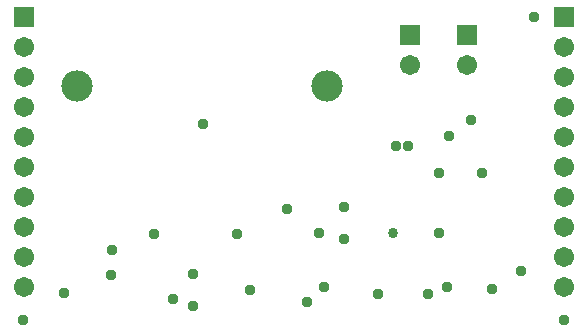
<source format=gbs>
%FSLAX24Y24*%
%MOIN*%
G70*
G01*
G75*
G04 Layer_Color=16711935*
%ADD10R,0.0669X0.0433*%
%ADD11R,0.0157X0.0276*%
%ADD12O,0.0236X0.0866*%
%ADD13R,0.0276X0.0157*%
%ADD14R,0.0512X0.0394*%
%ADD15R,0.0512X0.0236*%
%ADD16O,0.0669X0.0177*%
%ADD17R,0.1559X0.1559*%
%ADD18R,0.0433X0.0669*%
%ADD19C,0.0200*%
%ADD20C,0.0100*%
%ADD21C,0.0591*%
%ADD22R,0.0591X0.0591*%
%ADD23C,0.0965*%
%ADD24C,0.0290*%
%ADD25C,0.0098*%
%ADD26C,0.0236*%
%ADD27C,0.0079*%
%ADD28C,0.0050*%
%ADD29C,0.0059*%
%ADD30C,0.0070*%
%ADD31R,0.0749X0.0513*%
%ADD32R,0.0237X0.0356*%
%ADD33O,0.0316X0.0946*%
%ADD34R,0.0356X0.0237*%
%ADD35R,0.0592X0.0474*%
%ADD36R,0.0592X0.0316*%
%ADD37O,0.0749X0.0257*%
%ADD38R,0.1639X0.1639*%
%ADD39R,0.0513X0.0749*%
%ADD40C,0.0671*%
%ADD41R,0.0671X0.0671*%
%ADD42C,0.1045*%
%ADD43C,0.0370*%
%ADD44C,0.0340*%
D40*
X7800Y8750D02*
D03*
Y1750D02*
D03*
Y2750D02*
D03*
Y3750D02*
D03*
Y4750D02*
D03*
Y5750D02*
D03*
Y6750D02*
D03*
Y7750D02*
D03*
Y9750D02*
D03*
X20660Y9150D02*
D03*
X22560D02*
D03*
X25800Y8750D02*
D03*
Y1750D02*
D03*
Y2750D02*
D03*
Y3750D02*
D03*
Y4750D02*
D03*
Y5750D02*
D03*
Y6750D02*
D03*
Y7750D02*
D03*
Y9750D02*
D03*
D41*
X7800Y10750D02*
D03*
X20660Y10150D02*
D03*
X22560D02*
D03*
X25800Y10750D02*
D03*
D42*
X9576Y8460D02*
D03*
X17884D02*
D03*
D43*
X24800Y10750D02*
D03*
X9120Y1570D02*
D03*
X21890Y1780D02*
D03*
X19600Y1520D02*
D03*
X17640Y3570D02*
D03*
X17790Y1780D02*
D03*
X17240Y1250D02*
D03*
X23390Y1700D02*
D03*
X10720Y3000D02*
D03*
X12140Y3540D02*
D03*
X13430Y1130D02*
D03*
X21280Y1520D02*
D03*
X14910Y3520D02*
D03*
X15330Y1650D02*
D03*
X16560Y4350D02*
D03*
X13750Y7200D02*
D03*
X18450Y3370D02*
D03*
X18460Y4430D02*
D03*
X20610Y6480D02*
D03*
X21630Y5550D02*
D03*
Y3550D02*
D03*
X21950Y6800D02*
D03*
X20190Y6480D02*
D03*
X23050Y5550D02*
D03*
X13420Y2200D02*
D03*
X24370Y2290D02*
D03*
X22700Y7320D02*
D03*
X10710Y2160D02*
D03*
X12770Y1380D02*
D03*
X7750Y650D02*
D03*
X25800D02*
D03*
D44*
X20110Y3550D02*
D03*
M02*

</source>
